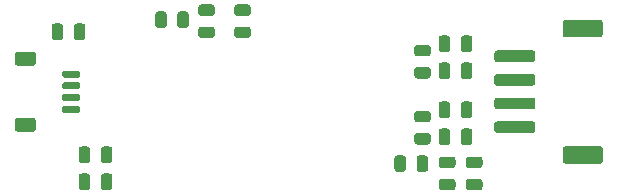
<source format=gbr>
%TF.GenerationSoftware,KiCad,Pcbnew,(5.1.6-0-10_14)*%
%TF.CreationDate,2021-12-02T20:18:07-08:00*%
%TF.ProjectId,NAU7802_Dual_24-bit_ADC_DIP,4e415537-3830-4325-9f44-75616c5f3234,v02_DIP*%
%TF.SameCoordinates,Original*%
%TF.FileFunction,Paste,Top*%
%TF.FilePolarity,Positive*%
%FSLAX46Y46*%
G04 Gerber Fmt 4.6, Leading zero omitted, Abs format (unit mm)*
G04 Created by KiCad (PCBNEW (5.1.6-0-10_14)) date 2021-12-02 20:18:07*
%MOMM*%
%LPD*%
G01*
G04 APERTURE LIST*
G04 APERTURE END LIST*
%TO.C,R7*%
G36*
G01*
X148538250Y-95181000D02*
X147625750Y-95181000D01*
G75*
G02*
X147382000Y-94937250I0J243750D01*
G01*
X147382000Y-94449750D01*
G75*
G02*
X147625750Y-94206000I243750J0D01*
G01*
X148538250Y-94206000D01*
G75*
G02*
X148782000Y-94449750I0J-243750D01*
G01*
X148782000Y-94937250D01*
G75*
G02*
X148538250Y-95181000I-243750J0D01*
G01*
G37*
G36*
G01*
X148538250Y-97056000D02*
X147625750Y-97056000D01*
G75*
G02*
X147382000Y-96812250I0J243750D01*
G01*
X147382000Y-96324750D01*
G75*
G02*
X147625750Y-96081000I243750J0D01*
G01*
X148538250Y-96081000D01*
G75*
G02*
X148782000Y-96324750I0J-243750D01*
G01*
X148782000Y-96812250D01*
G75*
G02*
X148538250Y-97056000I-243750J0D01*
G01*
G37*
%TD*%
%TO.C,C4*%
G36*
G01*
X134211000Y-107390250D02*
X134211000Y-106477750D01*
G75*
G02*
X134454750Y-106234000I243750J0D01*
G01*
X134942250Y-106234000D01*
G75*
G02*
X135186000Y-106477750I0J-243750D01*
G01*
X135186000Y-107390250D01*
G75*
G02*
X134942250Y-107634000I-243750J0D01*
G01*
X134454750Y-107634000D01*
G75*
G02*
X134211000Y-107390250I0J243750D01*
G01*
G37*
G36*
G01*
X136086000Y-107390250D02*
X136086000Y-106477750D01*
G75*
G02*
X136329750Y-106234000I243750J0D01*
G01*
X136817250Y-106234000D01*
G75*
G02*
X137061000Y-106477750I0J-243750D01*
G01*
X137061000Y-107390250D01*
G75*
G02*
X136817250Y-107634000I-243750J0D01*
G01*
X136329750Y-107634000D01*
G75*
G02*
X136086000Y-107390250I0J243750D01*
G01*
G37*
%TD*%
%TO.C,C1*%
G36*
G01*
X162865750Y-103223000D02*
X163778250Y-103223000D01*
G75*
G02*
X164022000Y-103466750I0J-243750D01*
G01*
X164022000Y-103954250D01*
G75*
G02*
X163778250Y-104198000I-243750J0D01*
G01*
X162865750Y-104198000D01*
G75*
G02*
X162622000Y-103954250I0J243750D01*
G01*
X162622000Y-103466750D01*
G75*
G02*
X162865750Y-103223000I243750J0D01*
G01*
G37*
G36*
G01*
X162865750Y-105098000D02*
X163778250Y-105098000D01*
G75*
G02*
X164022000Y-105341750I0J-243750D01*
G01*
X164022000Y-105829250D01*
G75*
G02*
X163778250Y-106073000I-243750J0D01*
G01*
X162865750Y-106073000D01*
G75*
G02*
X162622000Y-105829250I0J243750D01*
G01*
X162622000Y-105341750D01*
G75*
G02*
X162865750Y-105098000I243750J0D01*
G01*
G37*
%TD*%
%TO.C,C2*%
G36*
G01*
X163778250Y-98610000D02*
X162865750Y-98610000D01*
G75*
G02*
X162622000Y-98366250I0J243750D01*
G01*
X162622000Y-97878750D01*
G75*
G02*
X162865750Y-97635000I243750J0D01*
G01*
X163778250Y-97635000D01*
G75*
G02*
X164022000Y-97878750I0J-243750D01*
G01*
X164022000Y-98366250D01*
G75*
G02*
X163778250Y-98610000I-243750J0D01*
G01*
G37*
G36*
G01*
X163778250Y-100485000D02*
X162865750Y-100485000D01*
G75*
G02*
X162622000Y-100241250I0J243750D01*
G01*
X162622000Y-99753750D01*
G75*
G02*
X162865750Y-99510000I243750J0D01*
G01*
X163778250Y-99510000D01*
G75*
G02*
X164022000Y-99753750I0J-243750D01*
G01*
X164022000Y-100241250D01*
G75*
G02*
X163778250Y-100485000I-243750J0D01*
G01*
G37*
%TD*%
%TO.C,C3*%
G36*
G01*
X136086000Y-109676250D02*
X136086000Y-108763750D01*
G75*
G02*
X136329750Y-108520000I243750J0D01*
G01*
X136817250Y-108520000D01*
G75*
G02*
X137061000Y-108763750I0J-243750D01*
G01*
X137061000Y-109676250D01*
G75*
G02*
X136817250Y-109920000I-243750J0D01*
G01*
X136329750Y-109920000D01*
G75*
G02*
X136086000Y-109676250I0J243750D01*
G01*
G37*
G36*
G01*
X134211000Y-109676250D02*
X134211000Y-108763750D01*
G75*
G02*
X134454750Y-108520000I243750J0D01*
G01*
X134942250Y-108520000D01*
G75*
G02*
X135186000Y-108763750I0J-243750D01*
G01*
X135186000Y-109676250D01*
G75*
G02*
X134942250Y-109920000I-243750J0D01*
G01*
X134454750Y-109920000D01*
G75*
G02*
X134211000Y-109676250I0J243750D01*
G01*
G37*
%TD*%
%TO.C,C5*%
G36*
G01*
X168159750Y-108071500D02*
X167247250Y-108071500D01*
G75*
G02*
X167003500Y-107827750I0J243750D01*
G01*
X167003500Y-107340250D01*
G75*
G02*
X167247250Y-107096500I243750J0D01*
G01*
X168159750Y-107096500D01*
G75*
G02*
X168403500Y-107340250I0J-243750D01*
G01*
X168403500Y-107827750D01*
G75*
G02*
X168159750Y-108071500I-243750J0D01*
G01*
G37*
G36*
G01*
X168159750Y-109946500D02*
X167247250Y-109946500D01*
G75*
G02*
X167003500Y-109702750I0J243750D01*
G01*
X167003500Y-109215250D01*
G75*
G02*
X167247250Y-108971500I243750J0D01*
G01*
X168159750Y-108971500D01*
G75*
G02*
X168403500Y-109215250I0J-243750D01*
G01*
X168403500Y-109702750D01*
G75*
G02*
X168159750Y-109946500I-243750J0D01*
G01*
G37*
%TD*%
%TO.C,C6*%
G36*
G01*
X165873750Y-109946500D02*
X164961250Y-109946500D01*
G75*
G02*
X164717500Y-109702750I0J243750D01*
G01*
X164717500Y-109215250D01*
G75*
G02*
X164961250Y-108971500I243750J0D01*
G01*
X165873750Y-108971500D01*
G75*
G02*
X166117500Y-109215250I0J-243750D01*
G01*
X166117500Y-109702750D01*
G75*
G02*
X165873750Y-109946500I-243750J0D01*
G01*
G37*
G36*
G01*
X165873750Y-108071500D02*
X164961250Y-108071500D01*
G75*
G02*
X164717500Y-107827750I0J243750D01*
G01*
X164717500Y-107340250D01*
G75*
G02*
X164961250Y-107096500I243750J0D01*
G01*
X165873750Y-107096500D01*
G75*
G02*
X166117500Y-107340250I0J-243750D01*
G01*
X166117500Y-107827750D01*
G75*
G02*
X165873750Y-108071500I-243750J0D01*
G01*
G37*
%TD*%
%TO.C,C7*%
G36*
G01*
X160944500Y-108152250D02*
X160944500Y-107239750D01*
G75*
G02*
X161188250Y-106996000I243750J0D01*
G01*
X161675750Y-106996000D01*
G75*
G02*
X161919500Y-107239750I0J-243750D01*
G01*
X161919500Y-108152250D01*
G75*
G02*
X161675750Y-108396000I-243750J0D01*
G01*
X161188250Y-108396000D01*
G75*
G02*
X160944500Y-108152250I0J243750D01*
G01*
G37*
G36*
G01*
X162819500Y-108152250D02*
X162819500Y-107239750D01*
G75*
G02*
X163063250Y-106996000I243750J0D01*
G01*
X163550750Y-106996000D01*
G75*
G02*
X163794500Y-107239750I0J-243750D01*
G01*
X163794500Y-108152250D01*
G75*
G02*
X163550750Y-108396000I-243750J0D01*
G01*
X163063250Y-108396000D01*
G75*
G02*
X162819500Y-108152250I0J243750D01*
G01*
G37*
%TD*%
%TO.C,D1*%
G36*
G01*
X131925000Y-96976250D02*
X131925000Y-96063750D01*
G75*
G02*
X132168750Y-95820000I243750J0D01*
G01*
X132656250Y-95820000D01*
G75*
G02*
X132900000Y-96063750I0J-243750D01*
G01*
X132900000Y-96976250D01*
G75*
G02*
X132656250Y-97220000I-243750J0D01*
G01*
X132168750Y-97220000D01*
G75*
G02*
X131925000Y-96976250I0J243750D01*
G01*
G37*
G36*
G01*
X133800000Y-96976250D02*
X133800000Y-96063750D01*
G75*
G02*
X134043750Y-95820000I243750J0D01*
G01*
X134531250Y-95820000D01*
G75*
G02*
X134775000Y-96063750I0J-243750D01*
G01*
X134775000Y-96976250D01*
G75*
G02*
X134531250Y-97220000I-243750J0D01*
G01*
X134043750Y-97220000D01*
G75*
G02*
X133800000Y-96976250I0J243750D01*
G01*
G37*
%TD*%
%TO.C,J1*%
G36*
G01*
X172640000Y-105100000D02*
X169640000Y-105100000D01*
G75*
G02*
X169390000Y-104850000I0J250000D01*
G01*
X169390000Y-104350000D01*
G75*
G02*
X169640000Y-104100000I250000J0D01*
G01*
X172640000Y-104100000D01*
G75*
G02*
X172890000Y-104350000I0J-250000D01*
G01*
X172890000Y-104850000D01*
G75*
G02*
X172640000Y-105100000I-250000J0D01*
G01*
G37*
G36*
G01*
X172640000Y-103100000D02*
X169640000Y-103100000D01*
G75*
G02*
X169390000Y-102850000I0J250000D01*
G01*
X169390000Y-102350000D01*
G75*
G02*
X169640000Y-102100000I250000J0D01*
G01*
X172640000Y-102100000D01*
G75*
G02*
X172890000Y-102350000I0J-250000D01*
G01*
X172890000Y-102850000D01*
G75*
G02*
X172640000Y-103100000I-250000J0D01*
G01*
G37*
G36*
G01*
X172640000Y-101100000D02*
X169640000Y-101100000D01*
G75*
G02*
X169390000Y-100850000I0J250000D01*
G01*
X169390000Y-100350000D01*
G75*
G02*
X169640000Y-100100000I250000J0D01*
G01*
X172640000Y-100100000D01*
G75*
G02*
X172890000Y-100350000I0J-250000D01*
G01*
X172890000Y-100850000D01*
G75*
G02*
X172640000Y-101100000I-250000J0D01*
G01*
G37*
G36*
G01*
X172640000Y-99100000D02*
X169640000Y-99100000D01*
G75*
G02*
X169390000Y-98850000I0J250000D01*
G01*
X169390000Y-98350000D01*
G75*
G02*
X169640000Y-98100000I250000J0D01*
G01*
X172640000Y-98100000D01*
G75*
G02*
X172890000Y-98350000I0J-250000D01*
G01*
X172890000Y-98850000D01*
G75*
G02*
X172640000Y-99100000I-250000J0D01*
G01*
G37*
G36*
G01*
X178340000Y-107700000D02*
X175440000Y-107700000D01*
G75*
G02*
X175190000Y-107450000I0J250000D01*
G01*
X175190000Y-106450000D01*
G75*
G02*
X175440000Y-106200000I250000J0D01*
G01*
X178340000Y-106200000D01*
G75*
G02*
X178590000Y-106450000I0J-250000D01*
G01*
X178590000Y-107450000D01*
G75*
G02*
X178340000Y-107700000I-250000J0D01*
G01*
G37*
G36*
G01*
X178340000Y-97000000D02*
X175440000Y-97000000D01*
G75*
G02*
X175190000Y-96750000I0J250000D01*
G01*
X175190000Y-95750000D01*
G75*
G02*
X175440000Y-95500000I250000J0D01*
G01*
X178340000Y-95500000D01*
G75*
G02*
X178590000Y-95750000I0J-250000D01*
G01*
X178590000Y-96750000D01*
G75*
G02*
X178340000Y-97000000I-250000J0D01*
G01*
G37*
%TD*%
%TO.C,J3*%
G36*
G01*
X132947000Y-99800000D02*
X134197000Y-99800000D01*
G75*
G02*
X134347000Y-99950000I0J-150000D01*
G01*
X134347000Y-100250000D01*
G75*
G02*
X134197000Y-100400000I-150000J0D01*
G01*
X132947000Y-100400000D01*
G75*
G02*
X132797000Y-100250000I0J150000D01*
G01*
X132797000Y-99950000D01*
G75*
G02*
X132947000Y-99800000I150000J0D01*
G01*
G37*
G36*
G01*
X132947000Y-100800000D02*
X134197000Y-100800000D01*
G75*
G02*
X134347000Y-100950000I0J-150000D01*
G01*
X134347000Y-101250000D01*
G75*
G02*
X134197000Y-101400000I-150000J0D01*
G01*
X132947000Y-101400000D01*
G75*
G02*
X132797000Y-101250000I0J150000D01*
G01*
X132797000Y-100950000D01*
G75*
G02*
X132947000Y-100800000I150000J0D01*
G01*
G37*
G36*
G01*
X132947000Y-101800000D02*
X134197000Y-101800000D01*
G75*
G02*
X134347000Y-101950000I0J-150000D01*
G01*
X134347000Y-102250000D01*
G75*
G02*
X134197000Y-102400000I-150000J0D01*
G01*
X132947000Y-102400000D01*
G75*
G02*
X132797000Y-102250000I0J150000D01*
G01*
X132797000Y-101950000D01*
G75*
G02*
X132947000Y-101800000I150000J0D01*
G01*
G37*
G36*
G01*
X132947000Y-102800000D02*
X134197000Y-102800000D01*
G75*
G02*
X134347000Y-102950000I0J-150000D01*
G01*
X134347000Y-103250000D01*
G75*
G02*
X134197000Y-103400000I-150000J0D01*
G01*
X132947000Y-103400000D01*
G75*
G02*
X132797000Y-103250000I0J150000D01*
G01*
X132797000Y-102950000D01*
G75*
G02*
X132947000Y-102800000I150000J0D01*
G01*
G37*
G36*
G01*
X129046999Y-98200000D02*
X130347001Y-98200000D01*
G75*
G02*
X130597000Y-98449999I0J-249999D01*
G01*
X130597000Y-99150001D01*
G75*
G02*
X130347001Y-99400000I-249999J0D01*
G01*
X129046999Y-99400000D01*
G75*
G02*
X128797000Y-99150001I0J249999D01*
G01*
X128797000Y-98449999D01*
G75*
G02*
X129046999Y-98200000I249999J0D01*
G01*
G37*
G36*
G01*
X129046999Y-103800000D02*
X130347001Y-103800000D01*
G75*
G02*
X130597000Y-104049999I0J-249999D01*
G01*
X130597000Y-104750001D01*
G75*
G02*
X130347001Y-105000000I-249999J0D01*
G01*
X129046999Y-105000000D01*
G75*
G02*
X128797000Y-104750001I0J249999D01*
G01*
X128797000Y-104049999D01*
G75*
G02*
X129046999Y-103800000I249999J0D01*
G01*
G37*
%TD*%
%TO.C,R1*%
G36*
G01*
X164691000Y-103580250D02*
X164691000Y-102667750D01*
G75*
G02*
X164934750Y-102424000I243750J0D01*
G01*
X165422250Y-102424000D01*
G75*
G02*
X165666000Y-102667750I0J-243750D01*
G01*
X165666000Y-103580250D01*
G75*
G02*
X165422250Y-103824000I-243750J0D01*
G01*
X164934750Y-103824000D01*
G75*
G02*
X164691000Y-103580250I0J243750D01*
G01*
G37*
G36*
G01*
X166566000Y-103580250D02*
X166566000Y-102667750D01*
G75*
G02*
X166809750Y-102424000I243750J0D01*
G01*
X167297250Y-102424000D01*
G75*
G02*
X167541000Y-102667750I0J-243750D01*
G01*
X167541000Y-103580250D01*
G75*
G02*
X167297250Y-103824000I-243750J0D01*
G01*
X166809750Y-103824000D01*
G75*
G02*
X166566000Y-103580250I0J243750D01*
G01*
G37*
%TD*%
%TO.C,R2*%
G36*
G01*
X166566000Y-105866250D02*
X166566000Y-104953750D01*
G75*
G02*
X166809750Y-104710000I243750J0D01*
G01*
X167297250Y-104710000D01*
G75*
G02*
X167541000Y-104953750I0J-243750D01*
G01*
X167541000Y-105866250D01*
G75*
G02*
X167297250Y-106110000I-243750J0D01*
G01*
X166809750Y-106110000D01*
G75*
G02*
X166566000Y-105866250I0J243750D01*
G01*
G37*
G36*
G01*
X164691000Y-105866250D02*
X164691000Y-104953750D01*
G75*
G02*
X164934750Y-104710000I243750J0D01*
G01*
X165422250Y-104710000D01*
G75*
G02*
X165666000Y-104953750I0J-243750D01*
G01*
X165666000Y-105866250D01*
G75*
G02*
X165422250Y-106110000I-243750J0D01*
G01*
X164934750Y-106110000D01*
G75*
G02*
X164691000Y-105866250I0J243750D01*
G01*
G37*
%TD*%
%TO.C,R3*%
G36*
G01*
X164691000Y-100278250D02*
X164691000Y-99365750D01*
G75*
G02*
X164934750Y-99122000I243750J0D01*
G01*
X165422250Y-99122000D01*
G75*
G02*
X165666000Y-99365750I0J-243750D01*
G01*
X165666000Y-100278250D01*
G75*
G02*
X165422250Y-100522000I-243750J0D01*
G01*
X164934750Y-100522000D01*
G75*
G02*
X164691000Y-100278250I0J243750D01*
G01*
G37*
G36*
G01*
X166566000Y-100278250D02*
X166566000Y-99365750D01*
G75*
G02*
X166809750Y-99122000I243750J0D01*
G01*
X167297250Y-99122000D01*
G75*
G02*
X167541000Y-99365750I0J-243750D01*
G01*
X167541000Y-100278250D01*
G75*
G02*
X167297250Y-100522000I-243750J0D01*
G01*
X166809750Y-100522000D01*
G75*
G02*
X166566000Y-100278250I0J243750D01*
G01*
G37*
%TD*%
%TO.C,R4*%
G36*
G01*
X166566000Y-97992250D02*
X166566000Y-97079750D01*
G75*
G02*
X166809750Y-96836000I243750J0D01*
G01*
X167297250Y-96836000D01*
G75*
G02*
X167541000Y-97079750I0J-243750D01*
G01*
X167541000Y-97992250D01*
G75*
G02*
X167297250Y-98236000I-243750J0D01*
G01*
X166809750Y-98236000D01*
G75*
G02*
X166566000Y-97992250I0J243750D01*
G01*
G37*
G36*
G01*
X164691000Y-97992250D02*
X164691000Y-97079750D01*
G75*
G02*
X164934750Y-96836000I243750J0D01*
G01*
X165422250Y-96836000D01*
G75*
G02*
X165666000Y-97079750I0J-243750D01*
G01*
X165666000Y-97992250D01*
G75*
G02*
X165422250Y-98236000I-243750J0D01*
G01*
X164934750Y-98236000D01*
G75*
G02*
X164691000Y-97992250I0J243750D01*
G01*
G37*
%TD*%
%TO.C,R5*%
G36*
G01*
X140688000Y-95960250D02*
X140688000Y-95047750D01*
G75*
G02*
X140931750Y-94804000I243750J0D01*
G01*
X141419250Y-94804000D01*
G75*
G02*
X141663000Y-95047750I0J-243750D01*
G01*
X141663000Y-95960250D01*
G75*
G02*
X141419250Y-96204000I-243750J0D01*
G01*
X140931750Y-96204000D01*
G75*
G02*
X140688000Y-95960250I0J243750D01*
G01*
G37*
G36*
G01*
X142563000Y-95960250D02*
X142563000Y-95047750D01*
G75*
G02*
X142806750Y-94804000I243750J0D01*
G01*
X143294250Y-94804000D01*
G75*
G02*
X143538000Y-95047750I0J-243750D01*
G01*
X143538000Y-95960250D01*
G75*
G02*
X143294250Y-96204000I-243750J0D01*
G01*
X142806750Y-96204000D01*
G75*
G02*
X142563000Y-95960250I0J243750D01*
G01*
G37*
%TD*%
%TO.C,R6*%
G36*
G01*
X145490250Y-97056000D02*
X144577750Y-97056000D01*
G75*
G02*
X144334000Y-96812250I0J243750D01*
G01*
X144334000Y-96324750D01*
G75*
G02*
X144577750Y-96081000I243750J0D01*
G01*
X145490250Y-96081000D01*
G75*
G02*
X145734000Y-96324750I0J-243750D01*
G01*
X145734000Y-96812250D01*
G75*
G02*
X145490250Y-97056000I-243750J0D01*
G01*
G37*
G36*
G01*
X145490250Y-95181000D02*
X144577750Y-95181000D01*
G75*
G02*
X144334000Y-94937250I0J243750D01*
G01*
X144334000Y-94449750D01*
G75*
G02*
X144577750Y-94206000I243750J0D01*
G01*
X145490250Y-94206000D01*
G75*
G02*
X145734000Y-94449750I0J-243750D01*
G01*
X145734000Y-94937250D01*
G75*
G02*
X145490250Y-95181000I-243750J0D01*
G01*
G37*
%TD*%
M02*

</source>
